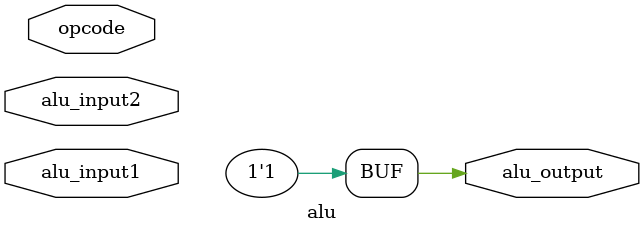
<source format=v>
`timescale 1ns / 1ns

module alu#(
	    parameter NOPE = 0,
	    parameter LOADI = 1,
	    parameter LOAD = 2,
	    parameter STORE = 3,
	    parameter INC = 4,
	    parameter DEC = 5,
	    parameter SNIB = 6,
	    parameter SNIE = 7,
	    parameter MOVE = 8,
	    parameter BUN = 9,
	    parameter HALT = 10,
	    parameter SNIEV = 11,
	    parameter SNIOD = 12,
	    parameter RESET = 13,
	    parameter ADD = 14,
	    parameter SNIZ = 15,

	    parameter OPCODE_WIDTH = 1,
	    parameter WIDTH =1
	    )(
	      input [OPCODE_WIDTH-1:0] opcode,
	      input [WIDTH-1:0]        alu_input1,
	      input [WIDTH-1:0]        alu_input2,
	      output reg [WIDTH-1:0]   alu_output	
	      );


   always @(*)
     begin
	alu_output = 16'hffff; // defualt
	case(opcode)
	  NOPE: begin
	  end
	  STORE: begin 
	     alu_output = alu_input1;
	  end
	  INC: begin
	     alu_output = alu_input1 + 1;
	  end
	  DEC: begin
	     alu_output = alu_input1 - 1;
	  end
	  SNIB: begin
	     alu_output[15] =(alu_input1 > alu_input2);
	  end
	  SNIE: begin
	     alu_output[15] = (alu_input1 == alu_input2);
	  end
	  MOVE: begin
	     alu_output = alu_input2;
	  end
	  SNIEV: begin
	     alu_output[15] = (alu_input1 % 2 == 0);
	  end
	  SNIOD: begin
	     alu_output[15] = (alu_input1 % 2 == 1);
	  end
	  RESET: begin
	     alu_output = 0;
	  end
	  ADD: begin
	     alu_output = alu_input1 + alu_input2;
	  end
	  SNIZ: begin
	     alu_output[15] = (alu_input1 == 0);
	  end
	  
	  
	  default: begin
	  end 
	endcase // case (opcode)
     end // always @ (*)
   
  
   
   
endmodule // alu

</source>
